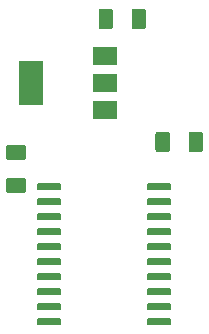
<source format=gbr>
G04 #@! TF.GenerationSoftware,KiCad,Pcbnew,5.1.2-f72e74a~84~ubuntu18.04.1*
G04 #@! TF.CreationDate,2019-08-10T11:06:46+02:00*
G04 #@! TF.ProjectId,Axiface,41786966-6163-4652-9e6b-696361645f70,rev?*
G04 #@! TF.SameCoordinates,Original*
G04 #@! TF.FileFunction,Paste,Bot*
G04 #@! TF.FilePolarity,Positive*
%FSLAX46Y46*%
G04 Gerber Fmt 4.6, Leading zero omitted, Abs format (unit mm)*
G04 Created by KiCad (PCBNEW 5.1.2-f72e74a~84~ubuntu18.04.1) date 2019-08-10 11:06:46*
%MOMM*%
%LPD*%
G04 APERTURE LIST*
%ADD10C,0.100000*%
%ADD11C,1.250000*%
%ADD12R,2.000000X3.800000*%
%ADD13R,2.000000X1.500000*%
%ADD14C,0.600000*%
G04 APERTURE END LIST*
D10*
G36*
X104539504Y-102504204D02*
G01*
X104563773Y-102507804D01*
X104587571Y-102513765D01*
X104610671Y-102522030D01*
X104632849Y-102532520D01*
X104653893Y-102545133D01*
X104673598Y-102559747D01*
X104691777Y-102576223D01*
X104708253Y-102594402D01*
X104722867Y-102614107D01*
X104735480Y-102635151D01*
X104745970Y-102657329D01*
X104754235Y-102680429D01*
X104760196Y-102704227D01*
X104763796Y-102728496D01*
X104765000Y-102753000D01*
X104765000Y-104003000D01*
X104763796Y-104027504D01*
X104760196Y-104051773D01*
X104754235Y-104075571D01*
X104745970Y-104098671D01*
X104735480Y-104120849D01*
X104722867Y-104141893D01*
X104708253Y-104161598D01*
X104691777Y-104179777D01*
X104673598Y-104196253D01*
X104653893Y-104210867D01*
X104632849Y-104223480D01*
X104610671Y-104233970D01*
X104587571Y-104242235D01*
X104563773Y-104248196D01*
X104539504Y-104251796D01*
X104515000Y-104253000D01*
X103765000Y-104253000D01*
X103740496Y-104251796D01*
X103716227Y-104248196D01*
X103692429Y-104242235D01*
X103669329Y-104233970D01*
X103647151Y-104223480D01*
X103626107Y-104210867D01*
X103606402Y-104196253D01*
X103588223Y-104179777D01*
X103571747Y-104161598D01*
X103557133Y-104141893D01*
X103544520Y-104120849D01*
X103534030Y-104098671D01*
X103525765Y-104075571D01*
X103519804Y-104051773D01*
X103516204Y-104027504D01*
X103515000Y-104003000D01*
X103515000Y-102753000D01*
X103516204Y-102728496D01*
X103519804Y-102704227D01*
X103525765Y-102680429D01*
X103534030Y-102657329D01*
X103544520Y-102635151D01*
X103557133Y-102614107D01*
X103571747Y-102594402D01*
X103588223Y-102576223D01*
X103606402Y-102559747D01*
X103626107Y-102545133D01*
X103647151Y-102532520D01*
X103669329Y-102522030D01*
X103692429Y-102513765D01*
X103716227Y-102507804D01*
X103740496Y-102504204D01*
X103765000Y-102503000D01*
X104515000Y-102503000D01*
X104539504Y-102504204D01*
X104539504Y-102504204D01*
G37*
D11*
X104140000Y-103378000D03*
D10*
G36*
X107339504Y-102504204D02*
G01*
X107363773Y-102507804D01*
X107387571Y-102513765D01*
X107410671Y-102522030D01*
X107432849Y-102532520D01*
X107453893Y-102545133D01*
X107473598Y-102559747D01*
X107491777Y-102576223D01*
X107508253Y-102594402D01*
X107522867Y-102614107D01*
X107535480Y-102635151D01*
X107545970Y-102657329D01*
X107554235Y-102680429D01*
X107560196Y-102704227D01*
X107563796Y-102728496D01*
X107565000Y-102753000D01*
X107565000Y-104003000D01*
X107563796Y-104027504D01*
X107560196Y-104051773D01*
X107554235Y-104075571D01*
X107545970Y-104098671D01*
X107535480Y-104120849D01*
X107522867Y-104141893D01*
X107508253Y-104161598D01*
X107491777Y-104179777D01*
X107473598Y-104196253D01*
X107453893Y-104210867D01*
X107432849Y-104223480D01*
X107410671Y-104233970D01*
X107387571Y-104242235D01*
X107363773Y-104248196D01*
X107339504Y-104251796D01*
X107315000Y-104253000D01*
X106565000Y-104253000D01*
X106540496Y-104251796D01*
X106516227Y-104248196D01*
X106492429Y-104242235D01*
X106469329Y-104233970D01*
X106447151Y-104223480D01*
X106426107Y-104210867D01*
X106406402Y-104196253D01*
X106388223Y-104179777D01*
X106371747Y-104161598D01*
X106357133Y-104141893D01*
X106344520Y-104120849D01*
X106334030Y-104098671D01*
X106325765Y-104075571D01*
X106319804Y-104051773D01*
X106316204Y-104027504D01*
X106315000Y-104003000D01*
X106315000Y-102753000D01*
X106316204Y-102728496D01*
X106319804Y-102704227D01*
X106325765Y-102680429D01*
X106334030Y-102657329D01*
X106344520Y-102635151D01*
X106357133Y-102614107D01*
X106371747Y-102594402D01*
X106388223Y-102576223D01*
X106406402Y-102559747D01*
X106426107Y-102545133D01*
X106447151Y-102532520D01*
X106469329Y-102522030D01*
X106492429Y-102513765D01*
X106516227Y-102507804D01*
X106540496Y-102504204D01*
X106565000Y-102503000D01*
X107315000Y-102503000D01*
X107339504Y-102504204D01*
X107339504Y-102504204D01*
G37*
D11*
X106940000Y-103378000D03*
D10*
G36*
X97169504Y-116854204D02*
G01*
X97193773Y-116857804D01*
X97217571Y-116863765D01*
X97240671Y-116872030D01*
X97262849Y-116882520D01*
X97283893Y-116895133D01*
X97303598Y-116909747D01*
X97321777Y-116926223D01*
X97338253Y-116944402D01*
X97352867Y-116964107D01*
X97365480Y-116985151D01*
X97375970Y-117007329D01*
X97384235Y-117030429D01*
X97390196Y-117054227D01*
X97393796Y-117078496D01*
X97395000Y-117103000D01*
X97395000Y-117853000D01*
X97393796Y-117877504D01*
X97390196Y-117901773D01*
X97384235Y-117925571D01*
X97375970Y-117948671D01*
X97365480Y-117970849D01*
X97352867Y-117991893D01*
X97338253Y-118011598D01*
X97321777Y-118029777D01*
X97303598Y-118046253D01*
X97283893Y-118060867D01*
X97262849Y-118073480D01*
X97240671Y-118083970D01*
X97217571Y-118092235D01*
X97193773Y-118098196D01*
X97169504Y-118101796D01*
X97145000Y-118103000D01*
X95895000Y-118103000D01*
X95870496Y-118101796D01*
X95846227Y-118098196D01*
X95822429Y-118092235D01*
X95799329Y-118083970D01*
X95777151Y-118073480D01*
X95756107Y-118060867D01*
X95736402Y-118046253D01*
X95718223Y-118029777D01*
X95701747Y-118011598D01*
X95687133Y-117991893D01*
X95674520Y-117970849D01*
X95664030Y-117948671D01*
X95655765Y-117925571D01*
X95649804Y-117901773D01*
X95646204Y-117877504D01*
X95645000Y-117853000D01*
X95645000Y-117103000D01*
X95646204Y-117078496D01*
X95649804Y-117054227D01*
X95655765Y-117030429D01*
X95664030Y-117007329D01*
X95674520Y-116985151D01*
X95687133Y-116964107D01*
X95701747Y-116944402D01*
X95718223Y-116926223D01*
X95736402Y-116909747D01*
X95756107Y-116895133D01*
X95777151Y-116882520D01*
X95799329Y-116872030D01*
X95822429Y-116863765D01*
X95846227Y-116857804D01*
X95870496Y-116854204D01*
X95895000Y-116853000D01*
X97145000Y-116853000D01*
X97169504Y-116854204D01*
X97169504Y-116854204D01*
G37*
D11*
X96520000Y-117478000D03*
D10*
G36*
X97169504Y-114054204D02*
G01*
X97193773Y-114057804D01*
X97217571Y-114063765D01*
X97240671Y-114072030D01*
X97262849Y-114082520D01*
X97283893Y-114095133D01*
X97303598Y-114109747D01*
X97321777Y-114126223D01*
X97338253Y-114144402D01*
X97352867Y-114164107D01*
X97365480Y-114185151D01*
X97375970Y-114207329D01*
X97384235Y-114230429D01*
X97390196Y-114254227D01*
X97393796Y-114278496D01*
X97395000Y-114303000D01*
X97395000Y-115053000D01*
X97393796Y-115077504D01*
X97390196Y-115101773D01*
X97384235Y-115125571D01*
X97375970Y-115148671D01*
X97365480Y-115170849D01*
X97352867Y-115191893D01*
X97338253Y-115211598D01*
X97321777Y-115229777D01*
X97303598Y-115246253D01*
X97283893Y-115260867D01*
X97262849Y-115273480D01*
X97240671Y-115283970D01*
X97217571Y-115292235D01*
X97193773Y-115298196D01*
X97169504Y-115301796D01*
X97145000Y-115303000D01*
X95895000Y-115303000D01*
X95870496Y-115301796D01*
X95846227Y-115298196D01*
X95822429Y-115292235D01*
X95799329Y-115283970D01*
X95777151Y-115273480D01*
X95756107Y-115260867D01*
X95736402Y-115246253D01*
X95718223Y-115229777D01*
X95701747Y-115211598D01*
X95687133Y-115191893D01*
X95674520Y-115170849D01*
X95664030Y-115148671D01*
X95655765Y-115125571D01*
X95649804Y-115101773D01*
X95646204Y-115077504D01*
X95645000Y-115053000D01*
X95645000Y-114303000D01*
X95646204Y-114278496D01*
X95649804Y-114254227D01*
X95655765Y-114230429D01*
X95664030Y-114207329D01*
X95674520Y-114185151D01*
X95687133Y-114164107D01*
X95701747Y-114144402D01*
X95718223Y-114126223D01*
X95736402Y-114109747D01*
X95756107Y-114095133D01*
X95777151Y-114082520D01*
X95799329Y-114072030D01*
X95822429Y-114063765D01*
X95846227Y-114057804D01*
X95870496Y-114054204D01*
X95895000Y-114053000D01*
X97145000Y-114053000D01*
X97169504Y-114054204D01*
X97169504Y-114054204D01*
G37*
D11*
X96520000Y-114678000D03*
D10*
G36*
X112159504Y-112918204D02*
G01*
X112183773Y-112921804D01*
X112207571Y-112927765D01*
X112230671Y-112936030D01*
X112252849Y-112946520D01*
X112273893Y-112959133D01*
X112293598Y-112973747D01*
X112311777Y-112990223D01*
X112328253Y-113008402D01*
X112342867Y-113028107D01*
X112355480Y-113049151D01*
X112365970Y-113071329D01*
X112374235Y-113094429D01*
X112380196Y-113118227D01*
X112383796Y-113142496D01*
X112385000Y-113167000D01*
X112385000Y-114417000D01*
X112383796Y-114441504D01*
X112380196Y-114465773D01*
X112374235Y-114489571D01*
X112365970Y-114512671D01*
X112355480Y-114534849D01*
X112342867Y-114555893D01*
X112328253Y-114575598D01*
X112311777Y-114593777D01*
X112293598Y-114610253D01*
X112273893Y-114624867D01*
X112252849Y-114637480D01*
X112230671Y-114647970D01*
X112207571Y-114656235D01*
X112183773Y-114662196D01*
X112159504Y-114665796D01*
X112135000Y-114667000D01*
X111385000Y-114667000D01*
X111360496Y-114665796D01*
X111336227Y-114662196D01*
X111312429Y-114656235D01*
X111289329Y-114647970D01*
X111267151Y-114637480D01*
X111246107Y-114624867D01*
X111226402Y-114610253D01*
X111208223Y-114593777D01*
X111191747Y-114575598D01*
X111177133Y-114555893D01*
X111164520Y-114534849D01*
X111154030Y-114512671D01*
X111145765Y-114489571D01*
X111139804Y-114465773D01*
X111136204Y-114441504D01*
X111135000Y-114417000D01*
X111135000Y-113167000D01*
X111136204Y-113142496D01*
X111139804Y-113118227D01*
X111145765Y-113094429D01*
X111154030Y-113071329D01*
X111164520Y-113049151D01*
X111177133Y-113028107D01*
X111191747Y-113008402D01*
X111208223Y-112990223D01*
X111226402Y-112973747D01*
X111246107Y-112959133D01*
X111267151Y-112946520D01*
X111289329Y-112936030D01*
X111312429Y-112927765D01*
X111336227Y-112921804D01*
X111360496Y-112918204D01*
X111385000Y-112917000D01*
X112135000Y-112917000D01*
X112159504Y-112918204D01*
X112159504Y-112918204D01*
G37*
D11*
X111760000Y-113792000D03*
D10*
G36*
X109359504Y-112918204D02*
G01*
X109383773Y-112921804D01*
X109407571Y-112927765D01*
X109430671Y-112936030D01*
X109452849Y-112946520D01*
X109473893Y-112959133D01*
X109493598Y-112973747D01*
X109511777Y-112990223D01*
X109528253Y-113008402D01*
X109542867Y-113028107D01*
X109555480Y-113049151D01*
X109565970Y-113071329D01*
X109574235Y-113094429D01*
X109580196Y-113118227D01*
X109583796Y-113142496D01*
X109585000Y-113167000D01*
X109585000Y-114417000D01*
X109583796Y-114441504D01*
X109580196Y-114465773D01*
X109574235Y-114489571D01*
X109565970Y-114512671D01*
X109555480Y-114534849D01*
X109542867Y-114555893D01*
X109528253Y-114575598D01*
X109511777Y-114593777D01*
X109493598Y-114610253D01*
X109473893Y-114624867D01*
X109452849Y-114637480D01*
X109430671Y-114647970D01*
X109407571Y-114656235D01*
X109383773Y-114662196D01*
X109359504Y-114665796D01*
X109335000Y-114667000D01*
X108585000Y-114667000D01*
X108560496Y-114665796D01*
X108536227Y-114662196D01*
X108512429Y-114656235D01*
X108489329Y-114647970D01*
X108467151Y-114637480D01*
X108446107Y-114624867D01*
X108426402Y-114610253D01*
X108408223Y-114593777D01*
X108391747Y-114575598D01*
X108377133Y-114555893D01*
X108364520Y-114534849D01*
X108354030Y-114512671D01*
X108345765Y-114489571D01*
X108339804Y-114465773D01*
X108336204Y-114441504D01*
X108335000Y-114417000D01*
X108335000Y-113167000D01*
X108336204Y-113142496D01*
X108339804Y-113118227D01*
X108345765Y-113094429D01*
X108354030Y-113071329D01*
X108364520Y-113049151D01*
X108377133Y-113028107D01*
X108391747Y-113008402D01*
X108408223Y-112990223D01*
X108426402Y-112973747D01*
X108446107Y-112959133D01*
X108467151Y-112946520D01*
X108489329Y-112936030D01*
X108512429Y-112927765D01*
X108536227Y-112921804D01*
X108560496Y-112918204D01*
X108585000Y-112917000D01*
X109335000Y-112917000D01*
X109359504Y-112918204D01*
X109359504Y-112918204D01*
G37*
D11*
X108960000Y-113792000D03*
D12*
X97790000Y-108814000D03*
D13*
X104090000Y-108814000D03*
X104090000Y-111114000D03*
X104090000Y-106514000D03*
D10*
G36*
X109503703Y-117302722D02*
G01*
X109518264Y-117304882D01*
X109532543Y-117308459D01*
X109546403Y-117313418D01*
X109559710Y-117319712D01*
X109572336Y-117327280D01*
X109584159Y-117336048D01*
X109595066Y-117345934D01*
X109604952Y-117356841D01*
X109613720Y-117368664D01*
X109621288Y-117381290D01*
X109627582Y-117394597D01*
X109632541Y-117408457D01*
X109636118Y-117422736D01*
X109638278Y-117437297D01*
X109639000Y-117452000D01*
X109639000Y-117752000D01*
X109638278Y-117766703D01*
X109636118Y-117781264D01*
X109632541Y-117795543D01*
X109627582Y-117809403D01*
X109621288Y-117822710D01*
X109613720Y-117835336D01*
X109604952Y-117847159D01*
X109595066Y-117858066D01*
X109584159Y-117867952D01*
X109572336Y-117876720D01*
X109559710Y-117884288D01*
X109546403Y-117890582D01*
X109532543Y-117895541D01*
X109518264Y-117899118D01*
X109503703Y-117901278D01*
X109489000Y-117902000D01*
X107739000Y-117902000D01*
X107724297Y-117901278D01*
X107709736Y-117899118D01*
X107695457Y-117895541D01*
X107681597Y-117890582D01*
X107668290Y-117884288D01*
X107655664Y-117876720D01*
X107643841Y-117867952D01*
X107632934Y-117858066D01*
X107623048Y-117847159D01*
X107614280Y-117835336D01*
X107606712Y-117822710D01*
X107600418Y-117809403D01*
X107595459Y-117795543D01*
X107591882Y-117781264D01*
X107589722Y-117766703D01*
X107589000Y-117752000D01*
X107589000Y-117452000D01*
X107589722Y-117437297D01*
X107591882Y-117422736D01*
X107595459Y-117408457D01*
X107600418Y-117394597D01*
X107606712Y-117381290D01*
X107614280Y-117368664D01*
X107623048Y-117356841D01*
X107632934Y-117345934D01*
X107643841Y-117336048D01*
X107655664Y-117327280D01*
X107668290Y-117319712D01*
X107681597Y-117313418D01*
X107695457Y-117308459D01*
X107709736Y-117304882D01*
X107724297Y-117302722D01*
X107739000Y-117302000D01*
X109489000Y-117302000D01*
X109503703Y-117302722D01*
X109503703Y-117302722D01*
G37*
D14*
X108614000Y-117602000D03*
D10*
G36*
X109503703Y-118572722D02*
G01*
X109518264Y-118574882D01*
X109532543Y-118578459D01*
X109546403Y-118583418D01*
X109559710Y-118589712D01*
X109572336Y-118597280D01*
X109584159Y-118606048D01*
X109595066Y-118615934D01*
X109604952Y-118626841D01*
X109613720Y-118638664D01*
X109621288Y-118651290D01*
X109627582Y-118664597D01*
X109632541Y-118678457D01*
X109636118Y-118692736D01*
X109638278Y-118707297D01*
X109639000Y-118722000D01*
X109639000Y-119022000D01*
X109638278Y-119036703D01*
X109636118Y-119051264D01*
X109632541Y-119065543D01*
X109627582Y-119079403D01*
X109621288Y-119092710D01*
X109613720Y-119105336D01*
X109604952Y-119117159D01*
X109595066Y-119128066D01*
X109584159Y-119137952D01*
X109572336Y-119146720D01*
X109559710Y-119154288D01*
X109546403Y-119160582D01*
X109532543Y-119165541D01*
X109518264Y-119169118D01*
X109503703Y-119171278D01*
X109489000Y-119172000D01*
X107739000Y-119172000D01*
X107724297Y-119171278D01*
X107709736Y-119169118D01*
X107695457Y-119165541D01*
X107681597Y-119160582D01*
X107668290Y-119154288D01*
X107655664Y-119146720D01*
X107643841Y-119137952D01*
X107632934Y-119128066D01*
X107623048Y-119117159D01*
X107614280Y-119105336D01*
X107606712Y-119092710D01*
X107600418Y-119079403D01*
X107595459Y-119065543D01*
X107591882Y-119051264D01*
X107589722Y-119036703D01*
X107589000Y-119022000D01*
X107589000Y-118722000D01*
X107589722Y-118707297D01*
X107591882Y-118692736D01*
X107595459Y-118678457D01*
X107600418Y-118664597D01*
X107606712Y-118651290D01*
X107614280Y-118638664D01*
X107623048Y-118626841D01*
X107632934Y-118615934D01*
X107643841Y-118606048D01*
X107655664Y-118597280D01*
X107668290Y-118589712D01*
X107681597Y-118583418D01*
X107695457Y-118578459D01*
X107709736Y-118574882D01*
X107724297Y-118572722D01*
X107739000Y-118572000D01*
X109489000Y-118572000D01*
X109503703Y-118572722D01*
X109503703Y-118572722D01*
G37*
D14*
X108614000Y-118872000D03*
D10*
G36*
X109503703Y-119842722D02*
G01*
X109518264Y-119844882D01*
X109532543Y-119848459D01*
X109546403Y-119853418D01*
X109559710Y-119859712D01*
X109572336Y-119867280D01*
X109584159Y-119876048D01*
X109595066Y-119885934D01*
X109604952Y-119896841D01*
X109613720Y-119908664D01*
X109621288Y-119921290D01*
X109627582Y-119934597D01*
X109632541Y-119948457D01*
X109636118Y-119962736D01*
X109638278Y-119977297D01*
X109639000Y-119992000D01*
X109639000Y-120292000D01*
X109638278Y-120306703D01*
X109636118Y-120321264D01*
X109632541Y-120335543D01*
X109627582Y-120349403D01*
X109621288Y-120362710D01*
X109613720Y-120375336D01*
X109604952Y-120387159D01*
X109595066Y-120398066D01*
X109584159Y-120407952D01*
X109572336Y-120416720D01*
X109559710Y-120424288D01*
X109546403Y-120430582D01*
X109532543Y-120435541D01*
X109518264Y-120439118D01*
X109503703Y-120441278D01*
X109489000Y-120442000D01*
X107739000Y-120442000D01*
X107724297Y-120441278D01*
X107709736Y-120439118D01*
X107695457Y-120435541D01*
X107681597Y-120430582D01*
X107668290Y-120424288D01*
X107655664Y-120416720D01*
X107643841Y-120407952D01*
X107632934Y-120398066D01*
X107623048Y-120387159D01*
X107614280Y-120375336D01*
X107606712Y-120362710D01*
X107600418Y-120349403D01*
X107595459Y-120335543D01*
X107591882Y-120321264D01*
X107589722Y-120306703D01*
X107589000Y-120292000D01*
X107589000Y-119992000D01*
X107589722Y-119977297D01*
X107591882Y-119962736D01*
X107595459Y-119948457D01*
X107600418Y-119934597D01*
X107606712Y-119921290D01*
X107614280Y-119908664D01*
X107623048Y-119896841D01*
X107632934Y-119885934D01*
X107643841Y-119876048D01*
X107655664Y-119867280D01*
X107668290Y-119859712D01*
X107681597Y-119853418D01*
X107695457Y-119848459D01*
X107709736Y-119844882D01*
X107724297Y-119842722D01*
X107739000Y-119842000D01*
X109489000Y-119842000D01*
X109503703Y-119842722D01*
X109503703Y-119842722D01*
G37*
D14*
X108614000Y-120142000D03*
D10*
G36*
X109503703Y-121112722D02*
G01*
X109518264Y-121114882D01*
X109532543Y-121118459D01*
X109546403Y-121123418D01*
X109559710Y-121129712D01*
X109572336Y-121137280D01*
X109584159Y-121146048D01*
X109595066Y-121155934D01*
X109604952Y-121166841D01*
X109613720Y-121178664D01*
X109621288Y-121191290D01*
X109627582Y-121204597D01*
X109632541Y-121218457D01*
X109636118Y-121232736D01*
X109638278Y-121247297D01*
X109639000Y-121262000D01*
X109639000Y-121562000D01*
X109638278Y-121576703D01*
X109636118Y-121591264D01*
X109632541Y-121605543D01*
X109627582Y-121619403D01*
X109621288Y-121632710D01*
X109613720Y-121645336D01*
X109604952Y-121657159D01*
X109595066Y-121668066D01*
X109584159Y-121677952D01*
X109572336Y-121686720D01*
X109559710Y-121694288D01*
X109546403Y-121700582D01*
X109532543Y-121705541D01*
X109518264Y-121709118D01*
X109503703Y-121711278D01*
X109489000Y-121712000D01*
X107739000Y-121712000D01*
X107724297Y-121711278D01*
X107709736Y-121709118D01*
X107695457Y-121705541D01*
X107681597Y-121700582D01*
X107668290Y-121694288D01*
X107655664Y-121686720D01*
X107643841Y-121677952D01*
X107632934Y-121668066D01*
X107623048Y-121657159D01*
X107614280Y-121645336D01*
X107606712Y-121632710D01*
X107600418Y-121619403D01*
X107595459Y-121605543D01*
X107591882Y-121591264D01*
X107589722Y-121576703D01*
X107589000Y-121562000D01*
X107589000Y-121262000D01*
X107589722Y-121247297D01*
X107591882Y-121232736D01*
X107595459Y-121218457D01*
X107600418Y-121204597D01*
X107606712Y-121191290D01*
X107614280Y-121178664D01*
X107623048Y-121166841D01*
X107632934Y-121155934D01*
X107643841Y-121146048D01*
X107655664Y-121137280D01*
X107668290Y-121129712D01*
X107681597Y-121123418D01*
X107695457Y-121118459D01*
X107709736Y-121114882D01*
X107724297Y-121112722D01*
X107739000Y-121112000D01*
X109489000Y-121112000D01*
X109503703Y-121112722D01*
X109503703Y-121112722D01*
G37*
D14*
X108614000Y-121412000D03*
D10*
G36*
X109503703Y-122382722D02*
G01*
X109518264Y-122384882D01*
X109532543Y-122388459D01*
X109546403Y-122393418D01*
X109559710Y-122399712D01*
X109572336Y-122407280D01*
X109584159Y-122416048D01*
X109595066Y-122425934D01*
X109604952Y-122436841D01*
X109613720Y-122448664D01*
X109621288Y-122461290D01*
X109627582Y-122474597D01*
X109632541Y-122488457D01*
X109636118Y-122502736D01*
X109638278Y-122517297D01*
X109639000Y-122532000D01*
X109639000Y-122832000D01*
X109638278Y-122846703D01*
X109636118Y-122861264D01*
X109632541Y-122875543D01*
X109627582Y-122889403D01*
X109621288Y-122902710D01*
X109613720Y-122915336D01*
X109604952Y-122927159D01*
X109595066Y-122938066D01*
X109584159Y-122947952D01*
X109572336Y-122956720D01*
X109559710Y-122964288D01*
X109546403Y-122970582D01*
X109532543Y-122975541D01*
X109518264Y-122979118D01*
X109503703Y-122981278D01*
X109489000Y-122982000D01*
X107739000Y-122982000D01*
X107724297Y-122981278D01*
X107709736Y-122979118D01*
X107695457Y-122975541D01*
X107681597Y-122970582D01*
X107668290Y-122964288D01*
X107655664Y-122956720D01*
X107643841Y-122947952D01*
X107632934Y-122938066D01*
X107623048Y-122927159D01*
X107614280Y-122915336D01*
X107606712Y-122902710D01*
X107600418Y-122889403D01*
X107595459Y-122875543D01*
X107591882Y-122861264D01*
X107589722Y-122846703D01*
X107589000Y-122832000D01*
X107589000Y-122532000D01*
X107589722Y-122517297D01*
X107591882Y-122502736D01*
X107595459Y-122488457D01*
X107600418Y-122474597D01*
X107606712Y-122461290D01*
X107614280Y-122448664D01*
X107623048Y-122436841D01*
X107632934Y-122425934D01*
X107643841Y-122416048D01*
X107655664Y-122407280D01*
X107668290Y-122399712D01*
X107681597Y-122393418D01*
X107695457Y-122388459D01*
X107709736Y-122384882D01*
X107724297Y-122382722D01*
X107739000Y-122382000D01*
X109489000Y-122382000D01*
X109503703Y-122382722D01*
X109503703Y-122382722D01*
G37*
D14*
X108614000Y-122682000D03*
D10*
G36*
X109503703Y-123652722D02*
G01*
X109518264Y-123654882D01*
X109532543Y-123658459D01*
X109546403Y-123663418D01*
X109559710Y-123669712D01*
X109572336Y-123677280D01*
X109584159Y-123686048D01*
X109595066Y-123695934D01*
X109604952Y-123706841D01*
X109613720Y-123718664D01*
X109621288Y-123731290D01*
X109627582Y-123744597D01*
X109632541Y-123758457D01*
X109636118Y-123772736D01*
X109638278Y-123787297D01*
X109639000Y-123802000D01*
X109639000Y-124102000D01*
X109638278Y-124116703D01*
X109636118Y-124131264D01*
X109632541Y-124145543D01*
X109627582Y-124159403D01*
X109621288Y-124172710D01*
X109613720Y-124185336D01*
X109604952Y-124197159D01*
X109595066Y-124208066D01*
X109584159Y-124217952D01*
X109572336Y-124226720D01*
X109559710Y-124234288D01*
X109546403Y-124240582D01*
X109532543Y-124245541D01*
X109518264Y-124249118D01*
X109503703Y-124251278D01*
X109489000Y-124252000D01*
X107739000Y-124252000D01*
X107724297Y-124251278D01*
X107709736Y-124249118D01*
X107695457Y-124245541D01*
X107681597Y-124240582D01*
X107668290Y-124234288D01*
X107655664Y-124226720D01*
X107643841Y-124217952D01*
X107632934Y-124208066D01*
X107623048Y-124197159D01*
X107614280Y-124185336D01*
X107606712Y-124172710D01*
X107600418Y-124159403D01*
X107595459Y-124145543D01*
X107591882Y-124131264D01*
X107589722Y-124116703D01*
X107589000Y-124102000D01*
X107589000Y-123802000D01*
X107589722Y-123787297D01*
X107591882Y-123772736D01*
X107595459Y-123758457D01*
X107600418Y-123744597D01*
X107606712Y-123731290D01*
X107614280Y-123718664D01*
X107623048Y-123706841D01*
X107632934Y-123695934D01*
X107643841Y-123686048D01*
X107655664Y-123677280D01*
X107668290Y-123669712D01*
X107681597Y-123663418D01*
X107695457Y-123658459D01*
X107709736Y-123654882D01*
X107724297Y-123652722D01*
X107739000Y-123652000D01*
X109489000Y-123652000D01*
X109503703Y-123652722D01*
X109503703Y-123652722D01*
G37*
D14*
X108614000Y-123952000D03*
D10*
G36*
X109503703Y-124922722D02*
G01*
X109518264Y-124924882D01*
X109532543Y-124928459D01*
X109546403Y-124933418D01*
X109559710Y-124939712D01*
X109572336Y-124947280D01*
X109584159Y-124956048D01*
X109595066Y-124965934D01*
X109604952Y-124976841D01*
X109613720Y-124988664D01*
X109621288Y-125001290D01*
X109627582Y-125014597D01*
X109632541Y-125028457D01*
X109636118Y-125042736D01*
X109638278Y-125057297D01*
X109639000Y-125072000D01*
X109639000Y-125372000D01*
X109638278Y-125386703D01*
X109636118Y-125401264D01*
X109632541Y-125415543D01*
X109627582Y-125429403D01*
X109621288Y-125442710D01*
X109613720Y-125455336D01*
X109604952Y-125467159D01*
X109595066Y-125478066D01*
X109584159Y-125487952D01*
X109572336Y-125496720D01*
X109559710Y-125504288D01*
X109546403Y-125510582D01*
X109532543Y-125515541D01*
X109518264Y-125519118D01*
X109503703Y-125521278D01*
X109489000Y-125522000D01*
X107739000Y-125522000D01*
X107724297Y-125521278D01*
X107709736Y-125519118D01*
X107695457Y-125515541D01*
X107681597Y-125510582D01*
X107668290Y-125504288D01*
X107655664Y-125496720D01*
X107643841Y-125487952D01*
X107632934Y-125478066D01*
X107623048Y-125467159D01*
X107614280Y-125455336D01*
X107606712Y-125442710D01*
X107600418Y-125429403D01*
X107595459Y-125415543D01*
X107591882Y-125401264D01*
X107589722Y-125386703D01*
X107589000Y-125372000D01*
X107589000Y-125072000D01*
X107589722Y-125057297D01*
X107591882Y-125042736D01*
X107595459Y-125028457D01*
X107600418Y-125014597D01*
X107606712Y-125001290D01*
X107614280Y-124988664D01*
X107623048Y-124976841D01*
X107632934Y-124965934D01*
X107643841Y-124956048D01*
X107655664Y-124947280D01*
X107668290Y-124939712D01*
X107681597Y-124933418D01*
X107695457Y-124928459D01*
X107709736Y-124924882D01*
X107724297Y-124922722D01*
X107739000Y-124922000D01*
X109489000Y-124922000D01*
X109503703Y-124922722D01*
X109503703Y-124922722D01*
G37*
D14*
X108614000Y-125222000D03*
D10*
G36*
X109503703Y-126192722D02*
G01*
X109518264Y-126194882D01*
X109532543Y-126198459D01*
X109546403Y-126203418D01*
X109559710Y-126209712D01*
X109572336Y-126217280D01*
X109584159Y-126226048D01*
X109595066Y-126235934D01*
X109604952Y-126246841D01*
X109613720Y-126258664D01*
X109621288Y-126271290D01*
X109627582Y-126284597D01*
X109632541Y-126298457D01*
X109636118Y-126312736D01*
X109638278Y-126327297D01*
X109639000Y-126342000D01*
X109639000Y-126642000D01*
X109638278Y-126656703D01*
X109636118Y-126671264D01*
X109632541Y-126685543D01*
X109627582Y-126699403D01*
X109621288Y-126712710D01*
X109613720Y-126725336D01*
X109604952Y-126737159D01*
X109595066Y-126748066D01*
X109584159Y-126757952D01*
X109572336Y-126766720D01*
X109559710Y-126774288D01*
X109546403Y-126780582D01*
X109532543Y-126785541D01*
X109518264Y-126789118D01*
X109503703Y-126791278D01*
X109489000Y-126792000D01*
X107739000Y-126792000D01*
X107724297Y-126791278D01*
X107709736Y-126789118D01*
X107695457Y-126785541D01*
X107681597Y-126780582D01*
X107668290Y-126774288D01*
X107655664Y-126766720D01*
X107643841Y-126757952D01*
X107632934Y-126748066D01*
X107623048Y-126737159D01*
X107614280Y-126725336D01*
X107606712Y-126712710D01*
X107600418Y-126699403D01*
X107595459Y-126685543D01*
X107591882Y-126671264D01*
X107589722Y-126656703D01*
X107589000Y-126642000D01*
X107589000Y-126342000D01*
X107589722Y-126327297D01*
X107591882Y-126312736D01*
X107595459Y-126298457D01*
X107600418Y-126284597D01*
X107606712Y-126271290D01*
X107614280Y-126258664D01*
X107623048Y-126246841D01*
X107632934Y-126235934D01*
X107643841Y-126226048D01*
X107655664Y-126217280D01*
X107668290Y-126209712D01*
X107681597Y-126203418D01*
X107695457Y-126198459D01*
X107709736Y-126194882D01*
X107724297Y-126192722D01*
X107739000Y-126192000D01*
X109489000Y-126192000D01*
X109503703Y-126192722D01*
X109503703Y-126192722D01*
G37*
D14*
X108614000Y-126492000D03*
D10*
G36*
X109503703Y-127462722D02*
G01*
X109518264Y-127464882D01*
X109532543Y-127468459D01*
X109546403Y-127473418D01*
X109559710Y-127479712D01*
X109572336Y-127487280D01*
X109584159Y-127496048D01*
X109595066Y-127505934D01*
X109604952Y-127516841D01*
X109613720Y-127528664D01*
X109621288Y-127541290D01*
X109627582Y-127554597D01*
X109632541Y-127568457D01*
X109636118Y-127582736D01*
X109638278Y-127597297D01*
X109639000Y-127612000D01*
X109639000Y-127912000D01*
X109638278Y-127926703D01*
X109636118Y-127941264D01*
X109632541Y-127955543D01*
X109627582Y-127969403D01*
X109621288Y-127982710D01*
X109613720Y-127995336D01*
X109604952Y-128007159D01*
X109595066Y-128018066D01*
X109584159Y-128027952D01*
X109572336Y-128036720D01*
X109559710Y-128044288D01*
X109546403Y-128050582D01*
X109532543Y-128055541D01*
X109518264Y-128059118D01*
X109503703Y-128061278D01*
X109489000Y-128062000D01*
X107739000Y-128062000D01*
X107724297Y-128061278D01*
X107709736Y-128059118D01*
X107695457Y-128055541D01*
X107681597Y-128050582D01*
X107668290Y-128044288D01*
X107655664Y-128036720D01*
X107643841Y-128027952D01*
X107632934Y-128018066D01*
X107623048Y-128007159D01*
X107614280Y-127995336D01*
X107606712Y-127982710D01*
X107600418Y-127969403D01*
X107595459Y-127955543D01*
X107591882Y-127941264D01*
X107589722Y-127926703D01*
X107589000Y-127912000D01*
X107589000Y-127612000D01*
X107589722Y-127597297D01*
X107591882Y-127582736D01*
X107595459Y-127568457D01*
X107600418Y-127554597D01*
X107606712Y-127541290D01*
X107614280Y-127528664D01*
X107623048Y-127516841D01*
X107632934Y-127505934D01*
X107643841Y-127496048D01*
X107655664Y-127487280D01*
X107668290Y-127479712D01*
X107681597Y-127473418D01*
X107695457Y-127468459D01*
X107709736Y-127464882D01*
X107724297Y-127462722D01*
X107739000Y-127462000D01*
X109489000Y-127462000D01*
X109503703Y-127462722D01*
X109503703Y-127462722D01*
G37*
D14*
X108614000Y-127762000D03*
D10*
G36*
X109503703Y-128732722D02*
G01*
X109518264Y-128734882D01*
X109532543Y-128738459D01*
X109546403Y-128743418D01*
X109559710Y-128749712D01*
X109572336Y-128757280D01*
X109584159Y-128766048D01*
X109595066Y-128775934D01*
X109604952Y-128786841D01*
X109613720Y-128798664D01*
X109621288Y-128811290D01*
X109627582Y-128824597D01*
X109632541Y-128838457D01*
X109636118Y-128852736D01*
X109638278Y-128867297D01*
X109639000Y-128882000D01*
X109639000Y-129182000D01*
X109638278Y-129196703D01*
X109636118Y-129211264D01*
X109632541Y-129225543D01*
X109627582Y-129239403D01*
X109621288Y-129252710D01*
X109613720Y-129265336D01*
X109604952Y-129277159D01*
X109595066Y-129288066D01*
X109584159Y-129297952D01*
X109572336Y-129306720D01*
X109559710Y-129314288D01*
X109546403Y-129320582D01*
X109532543Y-129325541D01*
X109518264Y-129329118D01*
X109503703Y-129331278D01*
X109489000Y-129332000D01*
X107739000Y-129332000D01*
X107724297Y-129331278D01*
X107709736Y-129329118D01*
X107695457Y-129325541D01*
X107681597Y-129320582D01*
X107668290Y-129314288D01*
X107655664Y-129306720D01*
X107643841Y-129297952D01*
X107632934Y-129288066D01*
X107623048Y-129277159D01*
X107614280Y-129265336D01*
X107606712Y-129252710D01*
X107600418Y-129239403D01*
X107595459Y-129225543D01*
X107591882Y-129211264D01*
X107589722Y-129196703D01*
X107589000Y-129182000D01*
X107589000Y-128882000D01*
X107589722Y-128867297D01*
X107591882Y-128852736D01*
X107595459Y-128838457D01*
X107600418Y-128824597D01*
X107606712Y-128811290D01*
X107614280Y-128798664D01*
X107623048Y-128786841D01*
X107632934Y-128775934D01*
X107643841Y-128766048D01*
X107655664Y-128757280D01*
X107668290Y-128749712D01*
X107681597Y-128743418D01*
X107695457Y-128738459D01*
X107709736Y-128734882D01*
X107724297Y-128732722D01*
X107739000Y-128732000D01*
X109489000Y-128732000D01*
X109503703Y-128732722D01*
X109503703Y-128732722D01*
G37*
D14*
X108614000Y-129032000D03*
D10*
G36*
X100203703Y-128732722D02*
G01*
X100218264Y-128734882D01*
X100232543Y-128738459D01*
X100246403Y-128743418D01*
X100259710Y-128749712D01*
X100272336Y-128757280D01*
X100284159Y-128766048D01*
X100295066Y-128775934D01*
X100304952Y-128786841D01*
X100313720Y-128798664D01*
X100321288Y-128811290D01*
X100327582Y-128824597D01*
X100332541Y-128838457D01*
X100336118Y-128852736D01*
X100338278Y-128867297D01*
X100339000Y-128882000D01*
X100339000Y-129182000D01*
X100338278Y-129196703D01*
X100336118Y-129211264D01*
X100332541Y-129225543D01*
X100327582Y-129239403D01*
X100321288Y-129252710D01*
X100313720Y-129265336D01*
X100304952Y-129277159D01*
X100295066Y-129288066D01*
X100284159Y-129297952D01*
X100272336Y-129306720D01*
X100259710Y-129314288D01*
X100246403Y-129320582D01*
X100232543Y-129325541D01*
X100218264Y-129329118D01*
X100203703Y-129331278D01*
X100189000Y-129332000D01*
X98439000Y-129332000D01*
X98424297Y-129331278D01*
X98409736Y-129329118D01*
X98395457Y-129325541D01*
X98381597Y-129320582D01*
X98368290Y-129314288D01*
X98355664Y-129306720D01*
X98343841Y-129297952D01*
X98332934Y-129288066D01*
X98323048Y-129277159D01*
X98314280Y-129265336D01*
X98306712Y-129252710D01*
X98300418Y-129239403D01*
X98295459Y-129225543D01*
X98291882Y-129211264D01*
X98289722Y-129196703D01*
X98289000Y-129182000D01*
X98289000Y-128882000D01*
X98289722Y-128867297D01*
X98291882Y-128852736D01*
X98295459Y-128838457D01*
X98300418Y-128824597D01*
X98306712Y-128811290D01*
X98314280Y-128798664D01*
X98323048Y-128786841D01*
X98332934Y-128775934D01*
X98343841Y-128766048D01*
X98355664Y-128757280D01*
X98368290Y-128749712D01*
X98381597Y-128743418D01*
X98395457Y-128738459D01*
X98409736Y-128734882D01*
X98424297Y-128732722D01*
X98439000Y-128732000D01*
X100189000Y-128732000D01*
X100203703Y-128732722D01*
X100203703Y-128732722D01*
G37*
D14*
X99314000Y-129032000D03*
D10*
G36*
X100203703Y-127462722D02*
G01*
X100218264Y-127464882D01*
X100232543Y-127468459D01*
X100246403Y-127473418D01*
X100259710Y-127479712D01*
X100272336Y-127487280D01*
X100284159Y-127496048D01*
X100295066Y-127505934D01*
X100304952Y-127516841D01*
X100313720Y-127528664D01*
X100321288Y-127541290D01*
X100327582Y-127554597D01*
X100332541Y-127568457D01*
X100336118Y-127582736D01*
X100338278Y-127597297D01*
X100339000Y-127612000D01*
X100339000Y-127912000D01*
X100338278Y-127926703D01*
X100336118Y-127941264D01*
X100332541Y-127955543D01*
X100327582Y-127969403D01*
X100321288Y-127982710D01*
X100313720Y-127995336D01*
X100304952Y-128007159D01*
X100295066Y-128018066D01*
X100284159Y-128027952D01*
X100272336Y-128036720D01*
X100259710Y-128044288D01*
X100246403Y-128050582D01*
X100232543Y-128055541D01*
X100218264Y-128059118D01*
X100203703Y-128061278D01*
X100189000Y-128062000D01*
X98439000Y-128062000D01*
X98424297Y-128061278D01*
X98409736Y-128059118D01*
X98395457Y-128055541D01*
X98381597Y-128050582D01*
X98368290Y-128044288D01*
X98355664Y-128036720D01*
X98343841Y-128027952D01*
X98332934Y-128018066D01*
X98323048Y-128007159D01*
X98314280Y-127995336D01*
X98306712Y-127982710D01*
X98300418Y-127969403D01*
X98295459Y-127955543D01*
X98291882Y-127941264D01*
X98289722Y-127926703D01*
X98289000Y-127912000D01*
X98289000Y-127612000D01*
X98289722Y-127597297D01*
X98291882Y-127582736D01*
X98295459Y-127568457D01*
X98300418Y-127554597D01*
X98306712Y-127541290D01*
X98314280Y-127528664D01*
X98323048Y-127516841D01*
X98332934Y-127505934D01*
X98343841Y-127496048D01*
X98355664Y-127487280D01*
X98368290Y-127479712D01*
X98381597Y-127473418D01*
X98395457Y-127468459D01*
X98409736Y-127464882D01*
X98424297Y-127462722D01*
X98439000Y-127462000D01*
X100189000Y-127462000D01*
X100203703Y-127462722D01*
X100203703Y-127462722D01*
G37*
D14*
X99314000Y-127762000D03*
D10*
G36*
X100203703Y-126192722D02*
G01*
X100218264Y-126194882D01*
X100232543Y-126198459D01*
X100246403Y-126203418D01*
X100259710Y-126209712D01*
X100272336Y-126217280D01*
X100284159Y-126226048D01*
X100295066Y-126235934D01*
X100304952Y-126246841D01*
X100313720Y-126258664D01*
X100321288Y-126271290D01*
X100327582Y-126284597D01*
X100332541Y-126298457D01*
X100336118Y-126312736D01*
X100338278Y-126327297D01*
X100339000Y-126342000D01*
X100339000Y-126642000D01*
X100338278Y-126656703D01*
X100336118Y-126671264D01*
X100332541Y-126685543D01*
X100327582Y-126699403D01*
X100321288Y-126712710D01*
X100313720Y-126725336D01*
X100304952Y-126737159D01*
X100295066Y-126748066D01*
X100284159Y-126757952D01*
X100272336Y-126766720D01*
X100259710Y-126774288D01*
X100246403Y-126780582D01*
X100232543Y-126785541D01*
X100218264Y-126789118D01*
X100203703Y-126791278D01*
X100189000Y-126792000D01*
X98439000Y-126792000D01*
X98424297Y-126791278D01*
X98409736Y-126789118D01*
X98395457Y-126785541D01*
X98381597Y-126780582D01*
X98368290Y-126774288D01*
X98355664Y-126766720D01*
X98343841Y-126757952D01*
X98332934Y-126748066D01*
X98323048Y-126737159D01*
X98314280Y-126725336D01*
X98306712Y-126712710D01*
X98300418Y-126699403D01*
X98295459Y-126685543D01*
X98291882Y-126671264D01*
X98289722Y-126656703D01*
X98289000Y-126642000D01*
X98289000Y-126342000D01*
X98289722Y-126327297D01*
X98291882Y-126312736D01*
X98295459Y-126298457D01*
X98300418Y-126284597D01*
X98306712Y-126271290D01*
X98314280Y-126258664D01*
X98323048Y-126246841D01*
X98332934Y-126235934D01*
X98343841Y-126226048D01*
X98355664Y-126217280D01*
X98368290Y-126209712D01*
X98381597Y-126203418D01*
X98395457Y-126198459D01*
X98409736Y-126194882D01*
X98424297Y-126192722D01*
X98439000Y-126192000D01*
X100189000Y-126192000D01*
X100203703Y-126192722D01*
X100203703Y-126192722D01*
G37*
D14*
X99314000Y-126492000D03*
D10*
G36*
X100203703Y-124922722D02*
G01*
X100218264Y-124924882D01*
X100232543Y-124928459D01*
X100246403Y-124933418D01*
X100259710Y-124939712D01*
X100272336Y-124947280D01*
X100284159Y-124956048D01*
X100295066Y-124965934D01*
X100304952Y-124976841D01*
X100313720Y-124988664D01*
X100321288Y-125001290D01*
X100327582Y-125014597D01*
X100332541Y-125028457D01*
X100336118Y-125042736D01*
X100338278Y-125057297D01*
X100339000Y-125072000D01*
X100339000Y-125372000D01*
X100338278Y-125386703D01*
X100336118Y-125401264D01*
X100332541Y-125415543D01*
X100327582Y-125429403D01*
X100321288Y-125442710D01*
X100313720Y-125455336D01*
X100304952Y-125467159D01*
X100295066Y-125478066D01*
X100284159Y-125487952D01*
X100272336Y-125496720D01*
X100259710Y-125504288D01*
X100246403Y-125510582D01*
X100232543Y-125515541D01*
X100218264Y-125519118D01*
X100203703Y-125521278D01*
X100189000Y-125522000D01*
X98439000Y-125522000D01*
X98424297Y-125521278D01*
X98409736Y-125519118D01*
X98395457Y-125515541D01*
X98381597Y-125510582D01*
X98368290Y-125504288D01*
X98355664Y-125496720D01*
X98343841Y-125487952D01*
X98332934Y-125478066D01*
X98323048Y-125467159D01*
X98314280Y-125455336D01*
X98306712Y-125442710D01*
X98300418Y-125429403D01*
X98295459Y-125415543D01*
X98291882Y-125401264D01*
X98289722Y-125386703D01*
X98289000Y-125372000D01*
X98289000Y-125072000D01*
X98289722Y-125057297D01*
X98291882Y-125042736D01*
X98295459Y-125028457D01*
X98300418Y-125014597D01*
X98306712Y-125001290D01*
X98314280Y-124988664D01*
X98323048Y-124976841D01*
X98332934Y-124965934D01*
X98343841Y-124956048D01*
X98355664Y-124947280D01*
X98368290Y-124939712D01*
X98381597Y-124933418D01*
X98395457Y-124928459D01*
X98409736Y-124924882D01*
X98424297Y-124922722D01*
X98439000Y-124922000D01*
X100189000Y-124922000D01*
X100203703Y-124922722D01*
X100203703Y-124922722D01*
G37*
D14*
X99314000Y-125222000D03*
D10*
G36*
X100203703Y-123652722D02*
G01*
X100218264Y-123654882D01*
X100232543Y-123658459D01*
X100246403Y-123663418D01*
X100259710Y-123669712D01*
X100272336Y-123677280D01*
X100284159Y-123686048D01*
X100295066Y-123695934D01*
X100304952Y-123706841D01*
X100313720Y-123718664D01*
X100321288Y-123731290D01*
X100327582Y-123744597D01*
X100332541Y-123758457D01*
X100336118Y-123772736D01*
X100338278Y-123787297D01*
X100339000Y-123802000D01*
X100339000Y-124102000D01*
X100338278Y-124116703D01*
X100336118Y-124131264D01*
X100332541Y-124145543D01*
X100327582Y-124159403D01*
X100321288Y-124172710D01*
X100313720Y-124185336D01*
X100304952Y-124197159D01*
X100295066Y-124208066D01*
X100284159Y-124217952D01*
X100272336Y-124226720D01*
X100259710Y-124234288D01*
X100246403Y-124240582D01*
X100232543Y-124245541D01*
X100218264Y-124249118D01*
X100203703Y-124251278D01*
X100189000Y-124252000D01*
X98439000Y-124252000D01*
X98424297Y-124251278D01*
X98409736Y-124249118D01*
X98395457Y-124245541D01*
X98381597Y-124240582D01*
X98368290Y-124234288D01*
X98355664Y-124226720D01*
X98343841Y-124217952D01*
X98332934Y-124208066D01*
X98323048Y-124197159D01*
X98314280Y-124185336D01*
X98306712Y-124172710D01*
X98300418Y-124159403D01*
X98295459Y-124145543D01*
X98291882Y-124131264D01*
X98289722Y-124116703D01*
X98289000Y-124102000D01*
X98289000Y-123802000D01*
X98289722Y-123787297D01*
X98291882Y-123772736D01*
X98295459Y-123758457D01*
X98300418Y-123744597D01*
X98306712Y-123731290D01*
X98314280Y-123718664D01*
X98323048Y-123706841D01*
X98332934Y-123695934D01*
X98343841Y-123686048D01*
X98355664Y-123677280D01*
X98368290Y-123669712D01*
X98381597Y-123663418D01*
X98395457Y-123658459D01*
X98409736Y-123654882D01*
X98424297Y-123652722D01*
X98439000Y-123652000D01*
X100189000Y-123652000D01*
X100203703Y-123652722D01*
X100203703Y-123652722D01*
G37*
D14*
X99314000Y-123952000D03*
D10*
G36*
X100203703Y-122382722D02*
G01*
X100218264Y-122384882D01*
X100232543Y-122388459D01*
X100246403Y-122393418D01*
X100259710Y-122399712D01*
X100272336Y-122407280D01*
X100284159Y-122416048D01*
X100295066Y-122425934D01*
X100304952Y-122436841D01*
X100313720Y-122448664D01*
X100321288Y-122461290D01*
X100327582Y-122474597D01*
X100332541Y-122488457D01*
X100336118Y-122502736D01*
X100338278Y-122517297D01*
X100339000Y-122532000D01*
X100339000Y-122832000D01*
X100338278Y-122846703D01*
X100336118Y-122861264D01*
X100332541Y-122875543D01*
X100327582Y-122889403D01*
X100321288Y-122902710D01*
X100313720Y-122915336D01*
X100304952Y-122927159D01*
X100295066Y-122938066D01*
X100284159Y-122947952D01*
X100272336Y-122956720D01*
X100259710Y-122964288D01*
X100246403Y-122970582D01*
X100232543Y-122975541D01*
X100218264Y-122979118D01*
X100203703Y-122981278D01*
X100189000Y-122982000D01*
X98439000Y-122982000D01*
X98424297Y-122981278D01*
X98409736Y-122979118D01*
X98395457Y-122975541D01*
X98381597Y-122970582D01*
X98368290Y-122964288D01*
X98355664Y-122956720D01*
X98343841Y-122947952D01*
X98332934Y-122938066D01*
X98323048Y-122927159D01*
X98314280Y-122915336D01*
X98306712Y-122902710D01*
X98300418Y-122889403D01*
X98295459Y-122875543D01*
X98291882Y-122861264D01*
X98289722Y-122846703D01*
X98289000Y-122832000D01*
X98289000Y-122532000D01*
X98289722Y-122517297D01*
X98291882Y-122502736D01*
X98295459Y-122488457D01*
X98300418Y-122474597D01*
X98306712Y-122461290D01*
X98314280Y-122448664D01*
X98323048Y-122436841D01*
X98332934Y-122425934D01*
X98343841Y-122416048D01*
X98355664Y-122407280D01*
X98368290Y-122399712D01*
X98381597Y-122393418D01*
X98395457Y-122388459D01*
X98409736Y-122384882D01*
X98424297Y-122382722D01*
X98439000Y-122382000D01*
X100189000Y-122382000D01*
X100203703Y-122382722D01*
X100203703Y-122382722D01*
G37*
D14*
X99314000Y-122682000D03*
D10*
G36*
X100203703Y-121112722D02*
G01*
X100218264Y-121114882D01*
X100232543Y-121118459D01*
X100246403Y-121123418D01*
X100259710Y-121129712D01*
X100272336Y-121137280D01*
X100284159Y-121146048D01*
X100295066Y-121155934D01*
X100304952Y-121166841D01*
X100313720Y-121178664D01*
X100321288Y-121191290D01*
X100327582Y-121204597D01*
X100332541Y-121218457D01*
X100336118Y-121232736D01*
X100338278Y-121247297D01*
X100339000Y-121262000D01*
X100339000Y-121562000D01*
X100338278Y-121576703D01*
X100336118Y-121591264D01*
X100332541Y-121605543D01*
X100327582Y-121619403D01*
X100321288Y-121632710D01*
X100313720Y-121645336D01*
X100304952Y-121657159D01*
X100295066Y-121668066D01*
X100284159Y-121677952D01*
X100272336Y-121686720D01*
X100259710Y-121694288D01*
X100246403Y-121700582D01*
X100232543Y-121705541D01*
X100218264Y-121709118D01*
X100203703Y-121711278D01*
X100189000Y-121712000D01*
X98439000Y-121712000D01*
X98424297Y-121711278D01*
X98409736Y-121709118D01*
X98395457Y-121705541D01*
X98381597Y-121700582D01*
X98368290Y-121694288D01*
X98355664Y-121686720D01*
X98343841Y-121677952D01*
X98332934Y-121668066D01*
X98323048Y-121657159D01*
X98314280Y-121645336D01*
X98306712Y-121632710D01*
X98300418Y-121619403D01*
X98295459Y-121605543D01*
X98291882Y-121591264D01*
X98289722Y-121576703D01*
X98289000Y-121562000D01*
X98289000Y-121262000D01*
X98289722Y-121247297D01*
X98291882Y-121232736D01*
X98295459Y-121218457D01*
X98300418Y-121204597D01*
X98306712Y-121191290D01*
X98314280Y-121178664D01*
X98323048Y-121166841D01*
X98332934Y-121155934D01*
X98343841Y-121146048D01*
X98355664Y-121137280D01*
X98368290Y-121129712D01*
X98381597Y-121123418D01*
X98395457Y-121118459D01*
X98409736Y-121114882D01*
X98424297Y-121112722D01*
X98439000Y-121112000D01*
X100189000Y-121112000D01*
X100203703Y-121112722D01*
X100203703Y-121112722D01*
G37*
D14*
X99314000Y-121412000D03*
D10*
G36*
X100203703Y-119842722D02*
G01*
X100218264Y-119844882D01*
X100232543Y-119848459D01*
X100246403Y-119853418D01*
X100259710Y-119859712D01*
X100272336Y-119867280D01*
X100284159Y-119876048D01*
X100295066Y-119885934D01*
X100304952Y-119896841D01*
X100313720Y-119908664D01*
X100321288Y-119921290D01*
X100327582Y-119934597D01*
X100332541Y-119948457D01*
X100336118Y-119962736D01*
X100338278Y-119977297D01*
X100339000Y-119992000D01*
X100339000Y-120292000D01*
X100338278Y-120306703D01*
X100336118Y-120321264D01*
X100332541Y-120335543D01*
X100327582Y-120349403D01*
X100321288Y-120362710D01*
X100313720Y-120375336D01*
X100304952Y-120387159D01*
X100295066Y-120398066D01*
X100284159Y-120407952D01*
X100272336Y-120416720D01*
X100259710Y-120424288D01*
X100246403Y-120430582D01*
X100232543Y-120435541D01*
X100218264Y-120439118D01*
X100203703Y-120441278D01*
X100189000Y-120442000D01*
X98439000Y-120442000D01*
X98424297Y-120441278D01*
X98409736Y-120439118D01*
X98395457Y-120435541D01*
X98381597Y-120430582D01*
X98368290Y-120424288D01*
X98355664Y-120416720D01*
X98343841Y-120407952D01*
X98332934Y-120398066D01*
X98323048Y-120387159D01*
X98314280Y-120375336D01*
X98306712Y-120362710D01*
X98300418Y-120349403D01*
X98295459Y-120335543D01*
X98291882Y-120321264D01*
X98289722Y-120306703D01*
X98289000Y-120292000D01*
X98289000Y-119992000D01*
X98289722Y-119977297D01*
X98291882Y-119962736D01*
X98295459Y-119948457D01*
X98300418Y-119934597D01*
X98306712Y-119921290D01*
X98314280Y-119908664D01*
X98323048Y-119896841D01*
X98332934Y-119885934D01*
X98343841Y-119876048D01*
X98355664Y-119867280D01*
X98368290Y-119859712D01*
X98381597Y-119853418D01*
X98395457Y-119848459D01*
X98409736Y-119844882D01*
X98424297Y-119842722D01*
X98439000Y-119842000D01*
X100189000Y-119842000D01*
X100203703Y-119842722D01*
X100203703Y-119842722D01*
G37*
D14*
X99314000Y-120142000D03*
D10*
G36*
X100203703Y-118572722D02*
G01*
X100218264Y-118574882D01*
X100232543Y-118578459D01*
X100246403Y-118583418D01*
X100259710Y-118589712D01*
X100272336Y-118597280D01*
X100284159Y-118606048D01*
X100295066Y-118615934D01*
X100304952Y-118626841D01*
X100313720Y-118638664D01*
X100321288Y-118651290D01*
X100327582Y-118664597D01*
X100332541Y-118678457D01*
X100336118Y-118692736D01*
X100338278Y-118707297D01*
X100339000Y-118722000D01*
X100339000Y-119022000D01*
X100338278Y-119036703D01*
X100336118Y-119051264D01*
X100332541Y-119065543D01*
X100327582Y-119079403D01*
X100321288Y-119092710D01*
X100313720Y-119105336D01*
X100304952Y-119117159D01*
X100295066Y-119128066D01*
X100284159Y-119137952D01*
X100272336Y-119146720D01*
X100259710Y-119154288D01*
X100246403Y-119160582D01*
X100232543Y-119165541D01*
X100218264Y-119169118D01*
X100203703Y-119171278D01*
X100189000Y-119172000D01*
X98439000Y-119172000D01*
X98424297Y-119171278D01*
X98409736Y-119169118D01*
X98395457Y-119165541D01*
X98381597Y-119160582D01*
X98368290Y-119154288D01*
X98355664Y-119146720D01*
X98343841Y-119137952D01*
X98332934Y-119128066D01*
X98323048Y-119117159D01*
X98314280Y-119105336D01*
X98306712Y-119092710D01*
X98300418Y-119079403D01*
X98295459Y-119065543D01*
X98291882Y-119051264D01*
X98289722Y-119036703D01*
X98289000Y-119022000D01*
X98289000Y-118722000D01*
X98289722Y-118707297D01*
X98291882Y-118692736D01*
X98295459Y-118678457D01*
X98300418Y-118664597D01*
X98306712Y-118651290D01*
X98314280Y-118638664D01*
X98323048Y-118626841D01*
X98332934Y-118615934D01*
X98343841Y-118606048D01*
X98355664Y-118597280D01*
X98368290Y-118589712D01*
X98381597Y-118583418D01*
X98395457Y-118578459D01*
X98409736Y-118574882D01*
X98424297Y-118572722D01*
X98439000Y-118572000D01*
X100189000Y-118572000D01*
X100203703Y-118572722D01*
X100203703Y-118572722D01*
G37*
D14*
X99314000Y-118872000D03*
D10*
G36*
X100203703Y-117302722D02*
G01*
X100218264Y-117304882D01*
X100232543Y-117308459D01*
X100246403Y-117313418D01*
X100259710Y-117319712D01*
X100272336Y-117327280D01*
X100284159Y-117336048D01*
X100295066Y-117345934D01*
X100304952Y-117356841D01*
X100313720Y-117368664D01*
X100321288Y-117381290D01*
X100327582Y-117394597D01*
X100332541Y-117408457D01*
X100336118Y-117422736D01*
X100338278Y-117437297D01*
X100339000Y-117452000D01*
X100339000Y-117752000D01*
X100338278Y-117766703D01*
X100336118Y-117781264D01*
X100332541Y-117795543D01*
X100327582Y-117809403D01*
X100321288Y-117822710D01*
X100313720Y-117835336D01*
X100304952Y-117847159D01*
X100295066Y-117858066D01*
X100284159Y-117867952D01*
X100272336Y-117876720D01*
X100259710Y-117884288D01*
X100246403Y-117890582D01*
X100232543Y-117895541D01*
X100218264Y-117899118D01*
X100203703Y-117901278D01*
X100189000Y-117902000D01*
X98439000Y-117902000D01*
X98424297Y-117901278D01*
X98409736Y-117899118D01*
X98395457Y-117895541D01*
X98381597Y-117890582D01*
X98368290Y-117884288D01*
X98355664Y-117876720D01*
X98343841Y-117867952D01*
X98332934Y-117858066D01*
X98323048Y-117847159D01*
X98314280Y-117835336D01*
X98306712Y-117822710D01*
X98300418Y-117809403D01*
X98295459Y-117795543D01*
X98291882Y-117781264D01*
X98289722Y-117766703D01*
X98289000Y-117752000D01*
X98289000Y-117452000D01*
X98289722Y-117437297D01*
X98291882Y-117422736D01*
X98295459Y-117408457D01*
X98300418Y-117394597D01*
X98306712Y-117381290D01*
X98314280Y-117368664D01*
X98323048Y-117356841D01*
X98332934Y-117345934D01*
X98343841Y-117336048D01*
X98355664Y-117327280D01*
X98368290Y-117319712D01*
X98381597Y-117313418D01*
X98395457Y-117308459D01*
X98409736Y-117304882D01*
X98424297Y-117302722D01*
X98439000Y-117302000D01*
X100189000Y-117302000D01*
X100203703Y-117302722D01*
X100203703Y-117302722D01*
G37*
D14*
X99314000Y-117602000D03*
M02*

</source>
